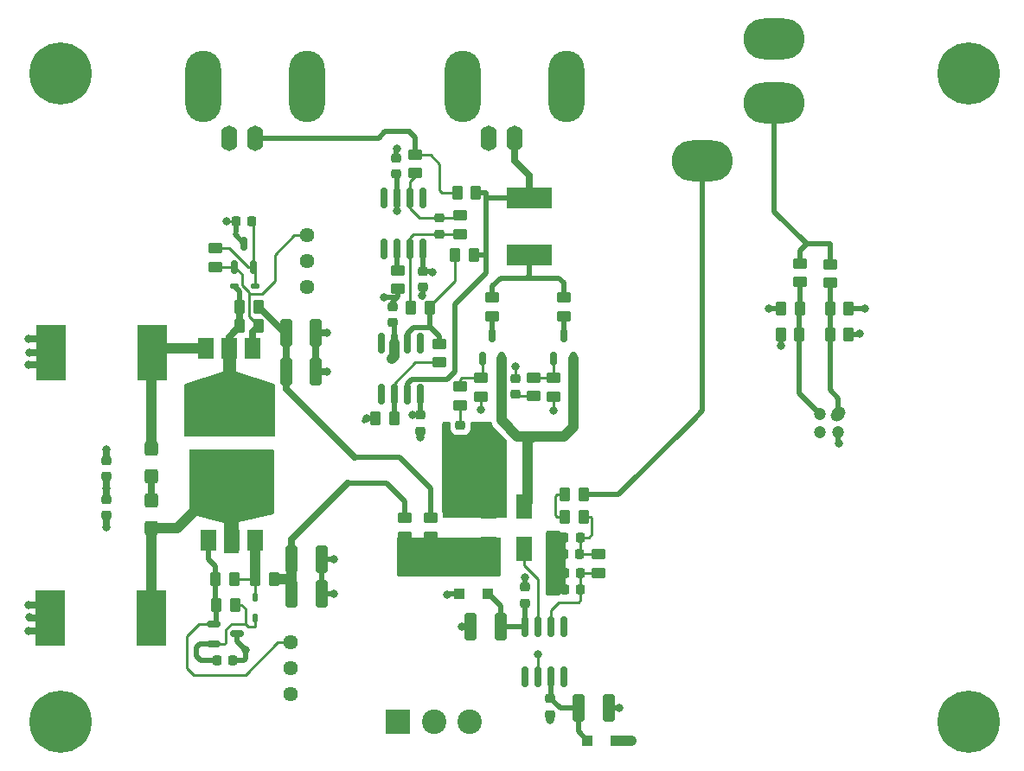
<source format=gbr>
%TF.GenerationSoftware,KiCad,Pcbnew,7.0.10*%
%TF.CreationDate,2024-03-12T19:05:43-04:00*%
%TF.ProjectId,current_controller,63757272-656e-4745-9f63-6f6e74726f6c,rev?*%
%TF.SameCoordinates,Original*%
%TF.FileFunction,Copper,L1,Top*%
%TF.FilePolarity,Positive*%
%FSLAX46Y46*%
G04 Gerber Fmt 4.6, Leading zero omitted, Abs format (unit mm)*
G04 Created by KiCad (PCBNEW 7.0.10) date 2024-03-12 19:05:43*
%MOMM*%
%LPD*%
G01*
G04 APERTURE LIST*
G04 Aperture macros list*
%AMRoundRect*
0 Rectangle with rounded corners*
0 $1 Rounding radius*
0 $2 $3 $4 $5 $6 $7 $8 $9 X,Y pos of 4 corners*
0 Add a 4 corners polygon primitive as box body*
4,1,4,$2,$3,$4,$5,$6,$7,$8,$9,$2,$3,0*
0 Add four circle primitives for the rounded corners*
1,1,$1+$1,$2,$3*
1,1,$1+$1,$4,$5*
1,1,$1+$1,$6,$7*
1,1,$1+$1,$8,$9*
0 Add four rect primitives between the rounded corners*
20,1,$1+$1,$2,$3,$4,$5,0*
20,1,$1+$1,$4,$5,$6,$7,0*
20,1,$1+$1,$6,$7,$8,$9,0*
20,1,$1+$1,$8,$9,$2,$3,0*%
%AMHorizOval*
0 Thick line with rounded ends*
0 $1 width*
0 $2 $3 position (X,Y) of the first rounded end (center of the circle)*
0 $4 $5 position (X,Y) of the second rounded end (center of the circle)*
0 Add line between two ends*
20,1,$1,$2,$3,$4,$5,0*
0 Add two circle primitives to create the rounded ends*
1,1,$1,$2,$3*
1,1,$1,$4,$5*%
G04 Aperture macros list end*
%TA.AperFunction,SMDPad,CuDef*%
%ADD10R,4.500000X2.000000*%
%TD*%
%TA.AperFunction,SMDPad,CuDef*%
%ADD11RoundRect,0.250000X0.262500X0.450000X-0.262500X0.450000X-0.262500X-0.450000X0.262500X-0.450000X0*%
%TD*%
%TA.AperFunction,SMDPad,CuDef*%
%ADD12RoundRect,0.250000X-0.425000X0.450000X-0.425000X-0.450000X0.425000X-0.450000X0.425000X0.450000X0*%
%TD*%
%TA.AperFunction,SMDPad,CuDef*%
%ADD13RoundRect,0.250000X0.325000X1.100000X-0.325000X1.100000X-0.325000X-1.100000X0.325000X-1.100000X0*%
%TD*%
%TA.AperFunction,SMDPad,CuDef*%
%ADD14RoundRect,0.150000X0.150000X-0.825000X0.150000X0.825000X-0.150000X0.825000X-0.150000X-0.825000X0*%
%TD*%
%TA.AperFunction,SMDPad,CuDef*%
%ADD15RoundRect,0.225000X-0.250000X0.225000X-0.250000X-0.225000X0.250000X-0.225000X0.250000X0.225000X0*%
%TD*%
%TA.AperFunction,SMDPad,CuDef*%
%ADD16RoundRect,0.250000X-0.450000X0.262500X-0.450000X-0.262500X0.450000X-0.262500X0.450000X0.262500X0*%
%TD*%
%TA.AperFunction,SMDPad,CuDef*%
%ADD17RoundRect,0.150000X-0.150000X0.825000X-0.150000X-0.825000X0.150000X-0.825000X0.150000X0.825000X0*%
%TD*%
%TA.AperFunction,SMDPad,CuDef*%
%ADD18RoundRect,0.225000X0.250000X-0.225000X0.250000X0.225000X-0.250000X0.225000X-0.250000X-0.225000X0*%
%TD*%
%TA.AperFunction,SMDPad,CuDef*%
%ADD19RoundRect,0.150000X0.150000X-0.512500X0.150000X0.512500X-0.150000X0.512500X-0.150000X-0.512500X0*%
%TD*%
%TA.AperFunction,ComponentPad*%
%ADD20C,1.440000*%
%TD*%
%TA.AperFunction,SMDPad,CuDef*%
%ADD21RoundRect,0.250000X-0.262500X-0.450000X0.262500X-0.450000X0.262500X0.450000X-0.262500X0.450000X0*%
%TD*%
%TA.AperFunction,SMDPad,CuDef*%
%ADD22RoundRect,0.250000X-0.325000X-1.100000X0.325000X-1.100000X0.325000X1.100000X-0.325000X1.100000X0*%
%TD*%
%TA.AperFunction,SMDPad,CuDef*%
%ADD23RoundRect,0.250000X0.450000X-0.262500X0.450000X0.262500X-0.450000X0.262500X-0.450000X-0.262500X0*%
%TD*%
%TA.AperFunction,SMDPad,CuDef*%
%ADD24RoundRect,0.125000X0.275000X0.125000X-0.275000X0.125000X-0.275000X-0.125000X0.275000X-0.125000X0*%
%TD*%
%TA.AperFunction,SMDPad,CuDef*%
%ADD25R,1.500000X2.000000*%
%TD*%
%TA.AperFunction,SMDPad,CuDef*%
%ADD26R,3.800000X2.000000*%
%TD*%
%TA.AperFunction,ComponentPad*%
%ADD27O,1.600000X2.500000*%
%TD*%
%TA.AperFunction,ComponentPad*%
%ADD28O,3.500000X7.000000*%
%TD*%
%TA.AperFunction,ComponentPad*%
%ADD29O,6.000000X4.000000*%
%TD*%
%TA.AperFunction,SMDPad,CuDef*%
%ADD30R,2.900000X5.400000*%
%TD*%
%TA.AperFunction,SMDPad,CuDef*%
%ADD31RoundRect,0.225000X-0.225000X-0.250000X0.225000X-0.250000X0.225000X0.250000X-0.225000X0.250000X0*%
%TD*%
%TA.AperFunction,ComponentPad*%
%ADD32R,2.400000X2.400000*%
%TD*%
%TA.AperFunction,ComponentPad*%
%ADD33C,2.400000*%
%TD*%
%TA.AperFunction,SMDPad,CuDef*%
%ADD34RoundRect,0.225000X0.225000X0.250000X-0.225000X0.250000X-0.225000X-0.250000X0.225000X-0.250000X0*%
%TD*%
%TA.AperFunction,SMDPad,CuDef*%
%ADD35RoundRect,0.125000X0.125000X-0.275000X0.125000X0.275000X-0.125000X0.275000X-0.125000X-0.275000X0*%
%TD*%
%TA.AperFunction,ComponentPad*%
%ADD36HorizOval,1.200000X-0.141421X-0.141421X0.141421X0.141421X0*%
%TD*%
%TA.AperFunction,ComponentPad*%
%ADD37C,1.200000*%
%TD*%
%TA.AperFunction,SMDPad,CuDef*%
%ADD38RoundRect,0.150000X-0.512500X-0.150000X0.512500X-0.150000X0.512500X0.150000X-0.512500X0.150000X0*%
%TD*%
%TA.AperFunction,SMDPad,CuDef*%
%ADD39R,1.650000X2.410000*%
%TD*%
%TA.AperFunction,SMDPad,CuDef*%
%ADD40RoundRect,0.250000X-0.300000X-0.300000X0.300000X-0.300000X0.300000X0.300000X-0.300000X0.300000X0*%
%TD*%
%TA.AperFunction,ViaPad*%
%ADD41C,6.096000*%
%TD*%
%TA.AperFunction,ViaPad*%
%ADD42C,0.800000*%
%TD*%
%TA.AperFunction,Conductor*%
%ADD43C,0.508000*%
%TD*%
%TA.AperFunction,Conductor*%
%ADD44C,0.635000*%
%TD*%
%TA.AperFunction,Conductor*%
%ADD45C,0.250000*%
%TD*%
%TA.AperFunction,Conductor*%
%ADD46C,1.016000*%
%TD*%
%TA.AperFunction,Conductor*%
%ADD47C,0.254000*%
%TD*%
%TA.AperFunction,Conductor*%
%ADD48C,0.200000*%
%TD*%
G04 APERTURE END LIST*
D10*
%TO.P,L2,1,1*%
%TO.N,Net-(L2-Pad1)*%
X100485725Y-62282106D03*
%TO.P,L2,2,2*%
%TO.N,/connecting to laser diode*%
X100485725Y-56682106D03*
%TD*%
D11*
%TO.P,R4,1*%
%TO.N,V_laser+*%
X73937500Y-67310000D03*
%TO.P,R4,2*%
%TO.N,Net-(D2-K)*%
X72112500Y-67310000D03*
%TD*%
D12*
%TO.P,C7,1*%
%TO.N,Net-(U1-VI)*%
X63500000Y-81200000D03*
%TO.P,C7,2*%
%TO.N,Net-(C7-Pad2)*%
X63500000Y-83900000D03*
%TD*%
D13*
%TO.P,C28,1*%
%TO.N,GND*%
X80120177Y-95423071D03*
%TO.P,C28,2*%
%TO.N,V_laser-*%
X77170177Y-95423071D03*
%TD*%
D14*
%TO.P,U9,1,VOS*%
%TO.N,unconnected-(U9-VOS-Pad1)*%
X86227500Y-61640702D03*
%TO.P,U9,2,-*%
%TO.N,Net-(U9--)*%
X87497500Y-61640702D03*
%TO.P,U9,3,+*%
%TO.N,Net-(U9-+)*%
X88767500Y-61640702D03*
%TO.P,U9,4,V-*%
%TO.N,-15V*%
X90037500Y-61640702D03*
%TO.P,U9,5,NC*%
%TO.N,unconnected-(U9-NC-Pad5)*%
X90037500Y-56690702D03*
%TO.P,U9,6*%
%TO.N,Net-(C12-Pad1)*%
X88767500Y-56690702D03*
%TO.P,U9,7,V+*%
%TO.N,+15V*%
X87497500Y-56690702D03*
%TO.P,U9,8,VOS*%
%TO.N,unconnected-(U9-VOS-Pad8)*%
X86227500Y-56690702D03*
%TD*%
D15*
%TO.P,C13,1*%
%TO.N,-15V*%
X89800244Y-77936106D03*
%TO.P,C13,2*%
%TO.N,GND*%
X89800244Y-79486106D03*
%TD*%
%TO.P,C12,1*%
%TO.N,Net-(C12-Pad1)*%
X91688500Y-58631702D03*
%TO.P,C12,2*%
%TO.N,Net-(U9-+)*%
X91688500Y-60181702D03*
%TD*%
D16*
%TO.P,R13,1*%
%TO.N,Net-(C22-Pad1)*%
X107242893Y-91578209D03*
%TO.P,R13,2*%
%TO.N,Net-(U11--)*%
X107242893Y-93403209D03*
%TD*%
%TO.P,R23,1*%
%TO.N,Net-(C12-Pad1)*%
X93720500Y-58356702D03*
%TO.P,R23,2*%
%TO.N,Net-(U9-+)*%
X93720500Y-60181702D03*
%TD*%
%TO.P,R39,1*%
%TO.N,Net-(Q4-G)*%
X93712421Y-75120702D03*
%TO.P,R39,2*%
%TO.N,Net-(C21-Pad2)*%
X93712421Y-76945702D03*
%TD*%
%TO.P,R25,1*%
%TO.N,V_laser-*%
X88265000Y-87987500D03*
%TO.P,R25,2*%
%TO.N,Net-(R22-Pad2)*%
X88265000Y-89812500D03*
%TD*%
D17*
%TO.P,U11,1,BAL*%
%TO.N,unconnected-(U11-BAL-Pad1)*%
X103817687Y-98644558D03*
%TO.P,U11,2,-*%
%TO.N,Net-(U11--)*%
X102547687Y-98644558D03*
%TO.P,U11,3,+*%
%TO.N,Net-(U11-+)*%
X101277687Y-98644558D03*
%TO.P,U11,4,V-*%
%TO.N,Net-(D3-A)*%
X100007687Y-98644558D03*
%TO.P,U11,5,COMP*%
%TO.N,unconnected-(U11-COMP-Pad5)*%
X100007687Y-103594558D03*
%TO.P,U11,6*%
%TO.N,Net-(R14-Pad1)*%
X101277687Y-103594558D03*
%TO.P,U11,7,V+*%
%TO.N,Net-(D1-K)*%
X102547687Y-103594558D03*
%TO.P,U11,8,C/B*%
%TO.N,unconnected-(U11-C{slash}B-Pad8)*%
X103817687Y-103594558D03*
%TD*%
D18*
%TO.P,C4,1*%
%TO.N,+15V*%
X87451835Y-54293839D03*
%TO.P,C4,2*%
%TO.N,GND*%
X87451835Y-52743839D03*
%TD*%
D19*
%TO.P,Q3,1,G*%
%TO.N,Net-(Q3-G)*%
X102872105Y-72403090D03*
%TO.P,Q3,2,S*%
%TO.N,Net-(Q3-S)*%
X104772105Y-72403090D03*
%TO.P,Q3,3,D*%
%TO.N,Net-(Q3-D)*%
X103822105Y-70128090D03*
%TD*%
D16*
%TO.P,R29,1*%
%TO.N,Net-(R26-Pad2)*%
X91688500Y-70953202D03*
%TO.P,R29,2*%
%TO.N,Net-(U10--)*%
X91688500Y-72778202D03*
%TD*%
D20*
%TO.P,R44,1,1*%
%TO.N,Net-(Q2-E)*%
X77105298Y-100197500D03*
%TO.P,R44,2,2*%
%TO.N,GND*%
X77105298Y-102737500D03*
%TO.P,R44,3,3*%
X77105298Y-105277500D03*
%TD*%
D21*
%TO.P,R26,1*%
%TO.N,Net-(U9-+)*%
X88902191Y-67422943D03*
%TO.P,R26,2*%
%TO.N,Net-(R26-Pad2)*%
X90727191Y-67422943D03*
%TD*%
D22*
%TO.P,C11,1*%
%TO.N,Net-(D1-K)*%
X105274862Y-106655034D03*
%TO.P,C11,2*%
%TO.N,GND*%
X108224862Y-106655034D03*
%TD*%
D23*
%TO.P,R19,1*%
%TO.N,Net-(C12-Pad1)*%
X89273199Y-54235085D03*
%TO.P,R19,2*%
%TO.N,/Modulation Input*%
X89273199Y-52410085D03*
%TD*%
D24*
%TO.P,D2,1,K*%
%TO.N,Net-(D2-K)*%
X71604548Y-65307407D03*
%TO.P,D2,2,A*%
%TO.N,Net-(D2-A)*%
X73604548Y-65307407D03*
%TD*%
D25*
%TO.P,U1,1,ADJ*%
%TO.N,Net-(Q1-E)*%
X73362555Y-71410164D03*
%TO.P,U1,2,VO*%
%TO.N,Net-(D2-K)*%
X71062555Y-71410164D03*
D26*
X71062555Y-77710164D03*
D25*
%TO.P,U1,3,VI*%
%TO.N,Net-(U1-VI)*%
X68762555Y-71410164D03*
%TD*%
D11*
%TO.P,R11,1*%
%TO.N,Net-(R11-Pad1)*%
X105775058Y-85733949D03*
%TO.P,R11,2*%
%TO.N,Net-(R11-Pad2)*%
X103950058Y-85733949D03*
%TD*%
D23*
%TO.P,R38,1*%
%TO.N,Net-(R14-Pad1)*%
X95752500Y-76108012D03*
%TO.P,R38,2*%
%TO.N,Net-(Q4-G)*%
X95752500Y-74283012D03*
%TD*%
D27*
%TO.P,J6,1,In*%
%TO.N,/connecting to laser diode*%
X99060000Y-50800000D03*
D28*
%TO.P,J6,2,Ext*%
%TO.N,GND*%
X93980000Y-45720000D03*
D27*
X96520000Y-50800000D03*
D28*
X104140000Y-45720000D03*
%TD*%
D15*
%TO.P,C18,1*%
%TO.N,GND*%
X59055000Y-86220000D03*
%TO.P,C18,2*%
%TO.N,-15V*%
X59055000Y-87770000D03*
%TD*%
D13*
%TO.P,C29,1*%
%TO.N,GND*%
X80104298Y-92069500D03*
%TO.P,C29,2*%
%TO.N,V_laser-*%
X77154298Y-92069500D03*
%TD*%
D11*
%TO.P,R21,1*%
%TO.N,V_laser-*%
X75454298Y-93974500D03*
%TO.P,R21,2*%
%TO.N,Net-(D4-K)*%
X73629298Y-93974500D03*
%TD*%
D29*
%TO.P,R42,3,3*%
%TO.N,Net-(R40-Pad2)*%
X124460000Y-47346141D03*
%TO.P,R42,2,2*%
%TO.N,Net-(R11-Pad1)*%
X117420000Y-53046141D03*
%TO.P,R42,1,1*%
%TO.N,Laser_supply*%
X124460000Y-41046141D03*
%TD*%
D14*
%TO.P,U10,1,VOS*%
%TO.N,unconnected-(U10-VOS-Pad1)*%
X85945370Y-75864702D03*
%TO.P,U10,2,-*%
%TO.N,Net-(U10--)*%
X87215370Y-75864702D03*
%TO.P,U10,3,+*%
%TO.N,/connecting to laser diode*%
X88485370Y-75864702D03*
%TO.P,U10,4,V-*%
%TO.N,-15V*%
X89755370Y-75864702D03*
%TO.P,U10,5,NC*%
%TO.N,unconnected-(U10-NC-Pad5)*%
X89755370Y-70914702D03*
%TO.P,U10,6*%
%TO.N,Net-(R26-Pad2)*%
X88485370Y-70914702D03*
%TO.P,U10,7,V+*%
%TO.N,+15V*%
X87215370Y-70914702D03*
%TO.P,U10,8,VOS*%
%TO.N,unconnected-(U10-VOS-Pad8)*%
X85945370Y-70914702D03*
%TD*%
D12*
%TO.P,C8,1*%
%TO.N,Net-(C7-Pad2)*%
X63500000Y-86280000D03*
%TO.P,C8,2*%
%TO.N,Net-(U3-VI)*%
X63500000Y-88980000D03*
%TD*%
D22*
%TO.P,C30,1*%
%TO.N,V_laser+*%
X76630000Y-73660000D03*
%TO.P,C30,2*%
%TO.N,GND*%
X79580000Y-73660000D03*
%TD*%
D30*
%TO.P,L3,1,1*%
%TO.N,Net-(U3-VI)*%
X63468534Y-97777261D03*
%TO.P,L3,2,2*%
%TO.N,-15V*%
X53568534Y-97777261D03*
%TD*%
D31*
%TO.P,C23,1*%
%TO.N,Laser_supply*%
X103927893Y-95030709D03*
%TO.P,C23,2*%
%TO.N,Net-(U11--)*%
X105477893Y-95030709D03*
%TD*%
D16*
%TO.P,R31,1*%
%TO.N,Net-(Q3-G)*%
X100869526Y-74243548D03*
%TO.P,R31,2*%
%TO.N,Net-(C9-Pad2)*%
X100869526Y-76068548D03*
%TD*%
D18*
%TO.P,C14,1*%
%TO.N,+15V*%
X87055889Y-68843931D03*
%TO.P,C14,2*%
%TO.N,GND*%
X87055889Y-67293931D03*
%TD*%
D21*
%TO.P,R28,1*%
%TO.N,Net-(R26-Pad2)*%
X93212500Y-62213702D03*
%TO.P,R28,2*%
%TO.N,/connecting to laser diode*%
X95037500Y-62213702D03*
%TD*%
D11*
%TO.P,R27,1*%
%TO.N,/connecting to laser diode*%
X95244500Y-56117702D03*
%TO.P,R27,2*%
%TO.N,/Modulation Input*%
X93419500Y-56117702D03*
%TD*%
D23*
%TO.P,R37,1*%
%TO.N,Net-(Q3-D)*%
X103829042Y-68225072D03*
%TO.P,R37,2*%
%TO.N,Net-(L2-Pad1)*%
X103829042Y-66400072D03*
%TD*%
D11*
%TO.P,R35,1*%
%TO.N,Net-(R10-Pad2)*%
X126933956Y-67463952D03*
%TO.P,R35,2*%
%TO.N,Laser_supply*%
X125108956Y-67463952D03*
%TD*%
%TO.P,R34,1*%
%TO.N,Laser_supply*%
X131722500Y-67519777D03*
%TO.P,R34,2*%
%TO.N,Net-(R33-Pad1)*%
X129897500Y-67519777D03*
%TD*%
D23*
%TO.P,R36,1*%
%TO.N,Net-(Q4-D)*%
X96840260Y-68263893D03*
%TO.P,R36,2*%
%TO.N,Net-(L2-Pad1)*%
X96840260Y-66438893D03*
%TD*%
D11*
%TO.P,R20,1*%
%TO.N,Net-(D4-A)*%
X71644298Y-96514500D03*
%TO.P,R20,2*%
%TO.N,Net-(Q2-E)*%
X69819298Y-96514500D03*
%TD*%
D21*
%TO.P,R33,1*%
%TO.N,Net-(R33-Pad1)*%
X129897500Y-70059777D03*
%TO.P,R33,2*%
%TO.N,+15V*%
X131722500Y-70059777D03*
%TD*%
D23*
%TO.P,R14,1*%
%TO.N,Net-(R14-Pad1)*%
X102864500Y-76108012D03*
%TO.P,R14,2*%
%TO.N,Net-(Q3-G)*%
X102864500Y-74283012D03*
%TD*%
D13*
%TO.P,C16,1*%
%TO.N,Net-(D3-A)*%
X97692995Y-98631642D03*
%TO.P,C16,2*%
%TO.N,GND*%
X94742995Y-98631642D03*
%TD*%
D22*
%TO.P,C20,1*%
%TO.N,V_laser+*%
X76630000Y-69850000D03*
%TO.P,C20,2*%
%TO.N,GND*%
X79580000Y-69850000D03*
%TD*%
D16*
%TO.P,R22,1*%
%TO.N,V_laser+*%
X90805000Y-87987500D03*
%TO.P,R22,2*%
%TO.N,Net-(R22-Pad2)*%
X90805000Y-89812500D03*
%TD*%
D18*
%TO.P,C21,1*%
%TO.N,Laser_supply*%
X93720500Y-80501702D03*
%TO.P,C21,2*%
%TO.N,Net-(C21-Pad2)*%
X93720500Y-78951702D03*
%TD*%
D15*
%TO.P,C9,1*%
%TO.N,Laser_supply*%
X99110802Y-74370445D03*
%TO.P,C9,2*%
%TO.N,Net-(C9-Pad2)*%
X99110802Y-75920445D03*
%TD*%
D25*
%TO.P,U3,1,ADJ*%
%TO.N,Net-(Q2-E)*%
X69064923Y-90167691D03*
%TO.P,U3,2,VI*%
%TO.N,Net-(U3-VI)*%
X71364923Y-90167691D03*
D26*
X71364923Y-83867691D03*
D25*
%TO.P,U3,3,VO*%
%TO.N,Net-(D4-K)*%
X73664923Y-90167691D03*
%TD*%
D32*
%TO.P,J2,1,Pin_1*%
%TO.N,+15V*%
X87615000Y-107950000D03*
D33*
%TO.P,J2,2,Pin_2*%
%TO.N,GND*%
X91115000Y-107950000D03*
%TO.P,J2,3,Pin_3*%
%TO.N,-15V*%
X94615000Y-107950000D03*
%TD*%
D30*
%TO.P,L1,1,1*%
%TO.N,Net-(U1-VI)*%
X63554961Y-71799284D03*
%TO.P,L1,2,2*%
%TO.N,+15V*%
X53654961Y-71799284D03*
%TD*%
D23*
%TO.P,R40,1*%
%TO.N,Net-(R10-Pad2)*%
X126998379Y-64887442D03*
%TO.P,R40,2*%
%TO.N,Net-(R40-Pad2)*%
X126998379Y-63062442D03*
%TD*%
D15*
%TO.P,C10,1*%
%TO.N,+15V*%
X59055000Y-82410000D03*
%TO.P,C10,2*%
%TO.N,GND*%
X59055000Y-83960000D03*
%TD*%
D21*
%TO.P,R30,1*%
%TO.N,GND*%
X85419873Y-78276118D03*
%TO.P,R30,2*%
%TO.N,Net-(U10--)*%
X87244873Y-78276118D03*
%TD*%
D34*
%TO.P,C2,1*%
%TO.N,Net-(D2-A)*%
X73313332Y-58986955D03*
%TO.P,C2,2*%
%TO.N,GND*%
X71763332Y-58986955D03*
%TD*%
D35*
%TO.P,D4,1,K*%
%TO.N,Net-(D4-K)*%
X73623528Y-95807690D03*
%TO.P,D4,2,A*%
%TO.N,Net-(D4-A)*%
X73623528Y-97807690D03*
%TD*%
D36*
%TO.P,U5,1*%
%TO.N,Net-(R33-Pad1)*%
X130701051Y-77788726D03*
D37*
%TO.P,U5,2*%
%TO.N,Net-(R10-Pad2)*%
X128905000Y-77788726D03*
%TO.P,U5,3*%
%TO.N,+15V*%
X128905000Y-79584777D03*
%TO.P,U5,4*%
%TO.N,-15V*%
X130701051Y-79584777D03*
%TD*%
D21*
%TO.P,R9,1*%
%TO.N,Net-(Q2-E)*%
X69739298Y-93974500D03*
%TO.P,R9,2*%
%TO.N,Net-(D4-K)*%
X71564298Y-93974500D03*
%TD*%
D16*
%TO.P,R5,1*%
%TO.N,Net-(D2-A)*%
X69741682Y-61574210D03*
%TO.P,R5,2*%
%TO.N,Net-(Q1-E)*%
X69741682Y-63399210D03*
%TD*%
D23*
%TO.P,R24,1*%
%TO.N,GND*%
X87624500Y-65562702D03*
%TO.P,R24,2*%
%TO.N,Net-(U9--)*%
X87624500Y-63737702D03*
%TD*%
D28*
%TO.P,J4,2,Ext*%
%TO.N,GND*%
X78740000Y-45720000D03*
D27*
X71120000Y-50800000D03*
D28*
X68580000Y-45720000D03*
D27*
%TO.P,J4,1,In*%
%TO.N,/Modulation Input*%
X73660000Y-50800000D03*
%TD*%
D15*
%TO.P,C26,1*%
%TO.N,Net-(D1-K)*%
X102535191Y-105717397D03*
%TO.P,C26,2*%
%TO.N,GND*%
X102535191Y-107267397D03*
%TD*%
D19*
%TO.P,Q1,1,E*%
%TO.N,Net-(Q1-E)*%
X71588332Y-63394455D03*
%TO.P,Q1,2,B*%
%TO.N,Net-(D2-A)*%
X73488332Y-63394455D03*
%TO.P,Q1,3,C*%
%TO.N,GND*%
X72538332Y-61119455D03*
%TD*%
%TO.P,Q4,1,G*%
%TO.N,Net-(Q4-G)*%
X95877292Y-72373702D03*
%TO.P,Q4,2,S*%
%TO.N,Net-(Q3-S)*%
X97777292Y-72373702D03*
%TO.P,Q4,3,D*%
%TO.N,Net-(Q4-D)*%
X96827292Y-70098702D03*
%TD*%
D23*
%TO.P,R41,1*%
%TO.N,Net-(R33-Pad1)*%
X129897500Y-64979777D03*
%TO.P,R41,2*%
%TO.N,Net-(R40-Pad2)*%
X129897500Y-63154777D03*
%TD*%
D20*
%TO.P,R43,1,1*%
%TO.N,Net-(Q1-E)*%
X78740000Y-60325000D03*
%TO.P,R43,2,2*%
%TO.N,GND*%
X78740000Y-62865000D03*
%TO.P,R43,3,3*%
X78740000Y-65405000D03*
%TD*%
D15*
%TO.P,C3,1*%
%TO.N,-15V*%
X90048116Y-63842340D03*
%TO.P,C3,2*%
%TO.N,GND*%
X90048116Y-65392340D03*
%TD*%
D21*
%TO.P,R12,1*%
%TO.N,Net-(R11-Pad2)*%
X103942127Y-87900140D03*
%TO.P,R12,2*%
%TO.N,Net-(C22-Pad1)*%
X105767127Y-87900140D03*
%TD*%
D15*
%TO.P,C27,1*%
%TO.N,GND*%
X100022640Y-94791900D03*
%TO.P,C27,2*%
%TO.N,Net-(D3-A)*%
X100022640Y-96341900D03*
%TD*%
D31*
%TO.P,C19,1*%
%TO.N,Net-(D4-A)*%
X69873578Y-101957366D03*
%TO.P,C19,2*%
%TO.N,GND*%
X71423578Y-101957366D03*
%TD*%
D38*
%TO.P,Q2,1,E*%
%TO.N,Net-(Q2-E)*%
X69551798Y-98424500D03*
%TO.P,Q2,2,B*%
%TO.N,Net-(D4-A)*%
X69551798Y-100324500D03*
%TO.P,Q2,3,C*%
%TO.N,GND*%
X71826798Y-99374500D03*
%TD*%
D39*
%TO.P,R45,1,1*%
%TO.N,Net-(R22-Pad2)*%
X96492511Y-91079411D03*
%TO.P,R45,2,2*%
%TO.N,Laser_supply*%
X96492511Y-86889411D03*
%TO.P,R45,3,3*%
%TO.N,Net-(U11-+)*%
X99922511Y-91079411D03*
%TO.P,R45,4,4*%
%TO.N,Net-(Q3-S)*%
X99922511Y-86889411D03*
%TD*%
D21*
%TO.P,R10,1*%
%TO.N,-15V*%
X125095000Y-70059777D03*
%TO.P,R10,2*%
%TO.N,Net-(R10-Pad2)*%
X126920000Y-70059777D03*
%TD*%
D40*
%TO.P,D3,1,K*%
%TO.N,-15V*%
X93586283Y-95440200D03*
%TO.P,D3,2,A*%
%TO.N,Net-(D3-A)*%
X96386283Y-95440200D03*
%TD*%
D11*
%TO.P,R6,1*%
%TO.N,Net-(Q1-E)*%
X73937500Y-69215000D03*
%TO.P,R6,2*%
%TO.N,Net-(D2-K)*%
X72112500Y-69215000D03*
%TD*%
D31*
%TO.P,C5,1*%
%TO.N,Laser_supply*%
X103863895Y-91532913D03*
%TO.P,C5,2*%
%TO.N,Net-(C22-Pad1)*%
X105413895Y-91532913D03*
%TD*%
D40*
%TO.P,D1,1,K*%
%TO.N,Net-(D1-K)*%
X106136723Y-109806737D03*
%TO.P,D1,2,A*%
%TO.N,+15V*%
X108936723Y-109806737D03*
%TD*%
D31*
%TO.P,C6,1*%
%TO.N,Laser_supply*%
X103916076Y-93411797D03*
%TO.P,C6,2*%
%TO.N,Net-(U11--)*%
X105466076Y-93411797D03*
%TD*%
D34*
%TO.P,C22,1*%
%TO.N,Net-(C22-Pad1)*%
X105417500Y-89899702D03*
%TO.P,C22,2*%
%TO.N,Laser_supply*%
X103867500Y-89899702D03*
%TD*%
D41*
%TO.N,GND*%
X54610000Y-107950000D03*
X54610000Y-44450000D03*
X143510000Y-107950000D03*
X143510000Y-44450000D03*
D42*
X59055000Y-85090000D03*
X72698723Y-100927059D03*
X70848310Y-58982101D03*
X80645000Y-69850000D03*
X89800244Y-80137446D03*
X109303584Y-106654913D03*
X86227500Y-66404702D03*
X100033666Y-93832719D03*
X93840250Y-98624465D03*
X81312144Y-92035926D03*
X87497500Y-51799702D03*
X81312144Y-95452343D03*
X89991560Y-66266791D03*
X80645000Y-73660000D03*
X84516084Y-78276118D03*
X102527847Y-107829366D03*
%TO.N,-15V*%
X51435000Y-99060000D03*
X89025432Y-77936106D03*
X59055000Y-88900000D03*
X92444068Y-95498944D03*
X125072639Y-71116674D03*
X91005237Y-63905037D03*
X51492084Y-97762990D03*
X130770594Y-80744331D03*
X51435000Y-96520000D03*
%TO.N,+15V*%
X110490000Y-109855000D03*
X87511303Y-57933453D03*
X51435000Y-70485000D03*
X51548215Y-71800196D03*
X51435000Y-73025000D03*
X59055000Y-81280000D03*
X132780844Y-69976223D03*
X86995000Y-72390000D03*
%TO.N,Laser_supply*%
X94690832Y-80472118D03*
X99120948Y-73188492D03*
X94615000Y-85454702D03*
X102737500Y-94344702D03*
X96387500Y-84184702D03*
X93980000Y-86724702D03*
X102737500Y-90534702D03*
X97657500Y-82914702D03*
X133350000Y-67519777D03*
X123947363Y-67463952D03*
X96387500Y-82914702D03*
X97657500Y-84184702D03*
X102737500Y-93074702D03*
X102737500Y-91804702D03*
%TO.N,Net-(U3-VI)*%
X74438298Y-82036500D03*
X70374298Y-86608500D03*
X72406298Y-82036500D03*
X74438298Y-86608500D03*
X68580000Y-81915000D03*
X70374298Y-82036500D03*
X68342298Y-86608500D03*
X74438298Y-84068500D03*
X72406298Y-86608500D03*
X68342298Y-84576500D03*
%TO.N,Net-(D2-K)*%
X68580000Y-76200000D03*
X71120000Y-74295000D03*
X69850000Y-79375000D03*
X69850000Y-75565000D03*
X73660000Y-77470000D03*
X72390000Y-79375000D03*
X74295000Y-79375000D03*
X74930000Y-78105000D03*
X67310000Y-78740000D03*
X72390000Y-75565000D03*
%TO.N,Net-(R14-Pad1)*%
X95752500Y-77446494D03*
X101340500Y-101329702D03*
X102857292Y-77453702D03*
%TD*%
D43*
%TO.N,/Modulation Input*%
X73660000Y-50800000D02*
X85725000Y-50800000D01*
X89273199Y-50701968D02*
X88818115Y-50246885D01*
X88736230Y-50165000D02*
X88818115Y-50246885D01*
X85725000Y-50800000D02*
X86360000Y-50165000D01*
X86360000Y-50165000D02*
X88736230Y-50165000D01*
X89273199Y-52410085D02*
X89273199Y-50701968D01*
D44*
%TO.N,/connecting to laser diode*%
X99060000Y-50475000D02*
X99060000Y-53006752D01*
X99060000Y-53006752D02*
X100485725Y-54432477D01*
D43*
%TO.N,Net-(R11-Pad1)*%
X109211051Y-85733949D02*
X116522500Y-78422500D01*
X117420000Y-53915000D02*
X117420000Y-77525000D01*
X117420000Y-77525000D02*
X116522500Y-78422500D01*
%TO.N,Net-(R40-Pad2)*%
X124460000Y-48215000D02*
X124460000Y-57994777D01*
X124460000Y-57994777D02*
X127635000Y-61169777D01*
%TO.N,Net-(D3-A)*%
X97692995Y-98631642D02*
X97692995Y-96658106D01*
X96475089Y-95440200D02*
X96386283Y-95440200D01*
X97692995Y-96658106D02*
X96475089Y-95440200D01*
D45*
%TO.N,Net-(U11-+)*%
X101277687Y-98644558D02*
X101277687Y-94037682D01*
X101277687Y-94037682D02*
X99922511Y-92682506D01*
X99922511Y-92682506D02*
X99922511Y-91079411D01*
D46*
%TO.N,Net-(Q3-S)*%
X99922511Y-86889411D02*
X100330000Y-86481922D01*
X100330000Y-86481922D02*
X100330000Y-80496202D01*
X100330000Y-80496202D02*
X100832500Y-79993702D01*
D45*
%TO.N,Laser_supply*%
X93980000Y-86724702D02*
X94150260Y-86894962D01*
X94150260Y-86894962D02*
X96486960Y-86894962D01*
X96486960Y-86894962D02*
X96492511Y-86889411D01*
X94609500Y-85454702D02*
X93720500Y-84565702D01*
X94615000Y-85454702D02*
X94609500Y-85454702D01*
X93720500Y-84565702D02*
X93720500Y-80501702D01*
D46*
%TO.N,Net-(D4-K)*%
X73664923Y-90167691D02*
X73593459Y-90239155D01*
X73593459Y-90239155D02*
X73593459Y-93938661D01*
X73593459Y-93938661D02*
X73629298Y-93974500D01*
D43*
%TO.N,Net-(Q2-E)*%
X69064923Y-90167691D02*
X69064923Y-92030125D01*
X69739298Y-92704500D02*
X69739298Y-93974500D01*
X69064923Y-92030125D02*
X69739298Y-92704500D01*
%TO.N,/connecting to laser diode*%
X100485725Y-56682106D02*
X96315456Y-56682106D01*
X88969371Y-74405702D02*
X88485370Y-74889703D01*
X96315456Y-56682106D02*
X96260500Y-56737062D01*
X96260500Y-63991702D02*
X93212500Y-67039702D01*
X95244500Y-56117702D02*
X96260500Y-56117702D01*
X93212500Y-73643702D02*
X92450500Y-74405702D01*
X96260500Y-56737062D02*
X96260500Y-59347839D01*
X95037500Y-62213702D02*
X96260500Y-62213702D01*
X96260500Y-56117702D02*
X96260500Y-56737062D01*
X96260500Y-59347839D02*
X96260500Y-62213702D01*
X93212500Y-67039702D02*
X93212500Y-73643702D01*
X92450500Y-74405702D02*
X88969371Y-74405702D01*
X96260500Y-62213702D02*
X96260500Y-63991702D01*
D44*
X100485725Y-54432477D02*
X100485725Y-56682106D01*
D43*
X88485370Y-74889703D02*
X88485370Y-75864702D01*
D47*
X95244500Y-62006702D02*
X95037500Y-62213702D01*
D45*
%TO.N,Net-(D2-A)*%
X73488332Y-63394455D02*
X72929568Y-63394455D01*
D47*
X73488332Y-63394455D02*
X73488332Y-59161955D01*
D45*
X73604548Y-65307407D02*
X73604548Y-63510671D01*
D47*
X71109323Y-61574210D02*
X69741682Y-61574210D01*
X72929568Y-63394455D02*
X71109323Y-61574210D01*
D43*
%TO.N,GND*%
X108224862Y-106655034D02*
X109303463Y-106655034D01*
D45*
X71763332Y-58986955D02*
X70853164Y-58986955D01*
D43*
X109303463Y-106655034D02*
X109303584Y-106654913D01*
D45*
X70853164Y-58986955D02*
X70848310Y-58982101D01*
D44*
X79580000Y-69850000D02*
X80645000Y-69850000D01*
D43*
X85419873Y-78276118D02*
X84516084Y-78276118D01*
X90048116Y-65392340D02*
X90048116Y-66394086D01*
X71423578Y-101957366D02*
X72563204Y-101957366D01*
X72698723Y-101821847D02*
X72698723Y-100927059D01*
X80120177Y-95423071D02*
X80120177Y-92085379D01*
X93847427Y-98631642D02*
X93840250Y-98624465D01*
X72563204Y-101957366D02*
X72698723Y-101821847D01*
X87624500Y-66277702D02*
X87624500Y-65562702D01*
X71763332Y-59991163D02*
X71763332Y-58986955D01*
X80104298Y-92069500D02*
X81278570Y-92069500D01*
X87497500Y-66404702D02*
X86227500Y-66404702D01*
X94742995Y-98631642D02*
X93847427Y-98631642D01*
X87451835Y-52743839D02*
X87451835Y-51845367D01*
D44*
X79580000Y-73660000D02*
X80645000Y-73660000D01*
D43*
X87055889Y-67293931D02*
X87055889Y-66846313D01*
X90037500Y-66404702D02*
X89991560Y-66358762D01*
X87497500Y-66404702D02*
X87624500Y-66277702D01*
X81282872Y-95423071D02*
X81312144Y-95452343D01*
X71826798Y-99374500D02*
X71826798Y-100055134D01*
D44*
X79580000Y-73660000D02*
X79580000Y-69850000D01*
D43*
X87055889Y-66846313D02*
X87497500Y-66404702D01*
D44*
X59055000Y-83960000D02*
X59055000Y-85090000D01*
D43*
X89991560Y-66358762D02*
X89991560Y-66266791D01*
X87451835Y-51845367D02*
X87497500Y-51799702D01*
X100022640Y-93843745D02*
X100033666Y-93832719D01*
X100022640Y-94791900D02*
X100022640Y-93843745D01*
X81278570Y-92069500D02*
X81312144Y-92035926D01*
X71826798Y-100055134D02*
X72698723Y-100927059D01*
X102535191Y-107267397D02*
X102535191Y-107822022D01*
X102535191Y-107822022D02*
X102527847Y-107829366D01*
X80120177Y-95423071D02*
X81282872Y-95423071D01*
X72538332Y-61119455D02*
X71636824Y-60217947D01*
X80120177Y-92085379D02*
X80104298Y-92069500D01*
X90048116Y-66394086D02*
X90037500Y-66404702D01*
X84322500Y-78469702D02*
X84516084Y-78276118D01*
D44*
X59055000Y-86220000D02*
X59055000Y-85090000D01*
D43*
X89800244Y-79486106D02*
X89800244Y-80137446D01*
D44*
%TO.N,-15V*%
X52311273Y-96520000D02*
X53568534Y-97777261D01*
X59055000Y-87770000D02*
X59055000Y-88900000D01*
X51435000Y-96520000D02*
X52311273Y-96520000D01*
D43*
X90048116Y-63842340D02*
X90942540Y-63842340D01*
X89024064Y-77934738D02*
X89025432Y-77936106D01*
X125095000Y-71094313D02*
X125072639Y-71116674D01*
X90037500Y-61640702D02*
X90037500Y-63831724D01*
X130701051Y-80674788D02*
X130770594Y-80744331D01*
D44*
X51506355Y-97777261D02*
X51492084Y-97762990D01*
D43*
X90942540Y-63842340D02*
X91005237Y-63905037D01*
X89800244Y-77936106D02*
X89800244Y-75909576D01*
D44*
X52285795Y-99060000D02*
X53568534Y-97777261D01*
X51435000Y-99060000D02*
X52285795Y-99060000D01*
D43*
X92502812Y-95440200D02*
X92444068Y-95498944D01*
D46*
X54249620Y-97096175D02*
X53568534Y-97777261D01*
D44*
X53568534Y-97777261D02*
X51506355Y-97777261D01*
D45*
X90037500Y-63831724D02*
X90048116Y-63842340D01*
D43*
X125095000Y-70059777D02*
X125095000Y-71094313D01*
X130701051Y-79584777D02*
X130701051Y-80674788D01*
X93586283Y-95440200D02*
X92502812Y-95440200D01*
X89800244Y-77936106D02*
X89025432Y-77936106D01*
D44*
%TO.N,+15V*%
X51435000Y-73025000D02*
X52429245Y-73025000D01*
X59055000Y-82410000D02*
X59055000Y-81280000D01*
D46*
X54249620Y-72393943D02*
X53654961Y-71799284D01*
D43*
X87497500Y-57919650D02*
X87511303Y-57933453D01*
D46*
X87215370Y-72169630D02*
X86995000Y-72390000D01*
D44*
X52340677Y-70485000D02*
X53654961Y-71799284D01*
D43*
X87215370Y-70914702D02*
X87215370Y-69003412D01*
D44*
X53654961Y-71799284D02*
X51549127Y-71799284D01*
D43*
X87497500Y-56690702D02*
X87497500Y-54339504D01*
X131722500Y-70059777D02*
X132697290Y-70059777D01*
D44*
X51549127Y-71799284D02*
X51548215Y-71800196D01*
X51435000Y-70485000D02*
X52340677Y-70485000D01*
D46*
X110441737Y-109806737D02*
X110490000Y-109855000D01*
X108936723Y-109806737D02*
X110441737Y-109806737D01*
D43*
X87497500Y-56690702D02*
X87497500Y-57919650D01*
D44*
X52429245Y-73025000D02*
X53654961Y-71799284D01*
D46*
X87215370Y-70914702D02*
X87215370Y-72169630D01*
D43*
X87497500Y-54339504D02*
X87451835Y-54293839D01*
X132697290Y-70059777D02*
X132780844Y-69976223D01*
D45*
%TO.N,Laser_supply*%
X99110802Y-74370445D02*
X99110802Y-73198638D01*
D43*
X125108956Y-67463952D02*
X123947363Y-67463952D01*
X131722500Y-67519777D02*
X133350000Y-67519777D01*
X93720500Y-80501702D02*
X94661248Y-80501702D01*
D45*
X99110802Y-73198638D02*
X99120948Y-73188492D01*
D43*
X94661248Y-80501702D02*
X94690832Y-80472118D01*
D45*
%TO.N,Net-(C22-Pad1)*%
X105417500Y-91529308D02*
X105413895Y-91532913D01*
X106282703Y-89899702D02*
X105417500Y-89899702D01*
X106547500Y-89634905D02*
X106282703Y-89899702D01*
X107242893Y-91578209D02*
X105459191Y-91578209D01*
X106452938Y-87900140D02*
X106547500Y-87994702D01*
X105767127Y-87900140D02*
X106452938Y-87900140D01*
X105459191Y-91578209D02*
X105413895Y-91532913D01*
X105417500Y-89899702D02*
X105417500Y-91529308D01*
X106547500Y-87994702D02*
X106547500Y-89634905D01*
%TO.N,Net-(U11--)*%
X105477893Y-96049309D02*
X105277500Y-96249702D01*
X103372500Y-96249702D02*
X102547687Y-97074515D01*
X105277500Y-96249702D02*
X103372500Y-96249702D01*
X105477893Y-95030709D02*
X105477893Y-96049309D01*
X105466076Y-93411797D02*
X105466076Y-95018892D01*
X105474664Y-93403209D02*
X105466076Y-93411797D01*
X105466076Y-95018892D02*
X105477893Y-95030709D01*
X107242893Y-93403209D02*
X105474664Y-93403209D01*
X102547687Y-97074515D02*
X102547687Y-98644558D01*
D46*
%TO.N,Net-(U1-VI)*%
X68762555Y-71410164D02*
X63944081Y-71410164D01*
X63500000Y-81200000D02*
X63500000Y-72895000D01*
X63944081Y-71410164D02*
X63554961Y-71799284D01*
D44*
%TO.N,Net-(C7-Pad2)*%
X63500000Y-86280000D02*
X63500000Y-83900000D01*
D46*
%TO.N,Net-(U3-VI)*%
X63500000Y-88980000D02*
X65970798Y-88980000D01*
X63468534Y-97777261D02*
X63468534Y-89011466D01*
X65970798Y-88980000D02*
X68342298Y-86608500D01*
X63468534Y-89011466D02*
X63500000Y-88980000D01*
D45*
%TO.N,Net-(C9-Pad2)*%
X100869526Y-76068548D02*
X99258905Y-76068548D01*
X99258905Y-76068548D02*
X99110802Y-75920445D01*
D43*
%TO.N,Net-(D1-K)*%
X102547687Y-105704901D02*
X102535191Y-105717397D01*
X102547687Y-103594558D02*
X102547687Y-105704901D01*
X105274862Y-106655034D02*
X103472828Y-106655034D01*
X103472828Y-106655034D02*
X102535191Y-105717397D01*
X105274862Y-108944876D02*
X106136723Y-109806737D01*
X105274862Y-106655034D02*
X105274862Y-108944876D01*
D45*
%TO.N,Net-(R11-Pad2)*%
X103012030Y-87751369D02*
X103160801Y-87900140D01*
X103160801Y-87900140D02*
X103942127Y-87900140D01*
X103012030Y-85885817D02*
X103012030Y-87751369D01*
X103163898Y-85733949D02*
X103012030Y-85885817D01*
X103950058Y-85733949D02*
X103163898Y-85733949D01*
%TO.N,Net-(U9-+)*%
X88767500Y-60562702D02*
X88767500Y-61640702D01*
X91688500Y-60181702D02*
X89148500Y-60181702D01*
D47*
X88767500Y-67373702D02*
X88767500Y-61640702D01*
D45*
X91688500Y-60181702D02*
X93720500Y-60181702D01*
X89148500Y-60181702D02*
X88767500Y-60562702D01*
D47*
X88640500Y-67500702D02*
X88767500Y-67373702D01*
D45*
%TO.N,Net-(C12-Pad1)*%
X88767500Y-56690702D02*
X88767500Y-57652500D01*
X91688500Y-58631702D02*
X93445500Y-58631702D01*
X89746702Y-58631702D02*
X91688500Y-58631702D01*
X89273199Y-54235085D02*
X89273199Y-54572003D01*
X88767500Y-57652500D02*
X89746702Y-58631702D01*
X88767500Y-55077702D02*
X88767500Y-56690702D01*
X93445500Y-58631702D02*
X93720500Y-58356702D01*
X89273199Y-54572003D02*
X88767500Y-55077702D01*
D43*
%TO.N,Net-(D3-A)*%
X100022640Y-98629605D02*
X100007687Y-98644558D01*
X100022640Y-96341900D02*
X100022640Y-98629605D01*
X97705911Y-98644558D02*
X97692995Y-98631642D01*
X100007687Y-98644558D02*
X97705911Y-98644558D01*
D45*
%TO.N,Net-(D4-A)*%
X72908111Y-98619106D02*
X73623528Y-98619106D01*
D43*
X67838459Y-100682657D02*
X68196616Y-100324500D01*
D45*
X70755298Y-100197500D02*
X70628298Y-100324500D01*
X71644298Y-96514500D02*
X72279298Y-96514500D01*
X72669787Y-98380782D02*
X72908111Y-98619106D01*
X71302016Y-98380782D02*
X70755298Y-98927500D01*
D43*
X68196616Y-100324500D02*
X69551798Y-100324500D01*
D45*
X72669787Y-98380782D02*
X71302016Y-98380782D01*
X70755298Y-98927500D02*
X70755298Y-100197500D01*
X70628298Y-100324500D02*
X69551798Y-100324500D01*
D43*
X67838459Y-101495284D02*
X67838459Y-100682657D01*
D45*
X72279298Y-96514500D02*
X72669787Y-96904989D01*
D43*
X68300541Y-101957366D02*
X67838459Y-101495284D01*
D45*
X73623528Y-97807690D02*
X73623528Y-98619106D01*
X72669787Y-96904989D02*
X72669787Y-98380782D01*
D43*
X69873578Y-101957366D02*
X68300541Y-101957366D01*
D48*
%TO.N,V_laser+*%
X76617116Y-73672884D02*
X76630000Y-73660000D01*
D44*
X83334763Y-82064763D02*
X76630000Y-75360000D01*
D43*
X87779763Y-82064763D02*
X90805000Y-85090000D01*
D44*
X76477500Y-69850000D02*
X73937500Y-67310000D01*
X76630000Y-69850000D02*
X76477500Y-69850000D01*
X76630000Y-73660000D02*
X76630000Y-69850000D01*
X76630000Y-75360000D02*
X76630000Y-73660000D01*
D43*
X83334763Y-82064763D02*
X87779763Y-82064763D01*
X90805000Y-85090000D02*
X90805000Y-87987500D01*
D45*
%TO.N,Net-(C21-Pad2)*%
X93712421Y-76945702D02*
X93712421Y-78943623D01*
X93712421Y-78943623D02*
X93720500Y-78951702D01*
D43*
%TO.N,V_laser-*%
X88265000Y-86360000D02*
X88265000Y-87987500D01*
D44*
X77154298Y-90115500D02*
X77154298Y-92069500D01*
D46*
X77170177Y-95423071D02*
X77170177Y-93974500D01*
D43*
X82672586Y-84597212D02*
X86502212Y-84597212D01*
D46*
X76023884Y-93991116D02*
X76040500Y-93974500D01*
X75454298Y-93974500D02*
X76007268Y-93974500D01*
X76007268Y-93974500D02*
X76023884Y-93991116D01*
X76040500Y-93974500D02*
X77170177Y-93974500D01*
D43*
X86502212Y-84597212D02*
X88265000Y-86360000D01*
D46*
X77170177Y-93974500D02*
X77170177Y-92085379D01*
D44*
X82672586Y-84597212D02*
X77154298Y-90115500D01*
D46*
X77170177Y-92085379D02*
X77154298Y-92069500D01*
D45*
%TO.N,Net-(D2-K)*%
X71120000Y-71352719D02*
X71062555Y-71410164D01*
D43*
X72112500Y-65815359D02*
X71604548Y-65307407D01*
D44*
X72112500Y-67310000D02*
X72112500Y-69215000D01*
X71062555Y-70264945D02*
X72112500Y-69215000D01*
D43*
X72112500Y-67310000D02*
X72112500Y-65815359D01*
D44*
X71062555Y-71410164D02*
X71062555Y-70264945D01*
D45*
%TO.N,Net-(D4-K)*%
X73629298Y-93974500D02*
X71564298Y-93974500D01*
X73629298Y-95801920D02*
X73623528Y-95807690D01*
X73629298Y-93974500D02*
X73629298Y-95801920D01*
%TO.N,/Modulation Input*%
X91688500Y-55863702D02*
X91688500Y-53323702D01*
X91688500Y-53323702D02*
X90774883Y-52410085D01*
X90774883Y-52410085D02*
X89273199Y-52410085D01*
X91942500Y-56117702D02*
X91688500Y-55863702D01*
X93419500Y-56117702D02*
X91942500Y-56117702D01*
D43*
%TO.N,Net-(L2-Pad1)*%
X100197500Y-64499702D02*
X100485725Y-64211477D01*
X97657500Y-64499702D02*
X96840260Y-65316942D01*
X100197500Y-64499702D02*
X97657500Y-64499702D01*
X100485725Y-64211477D02*
X100485725Y-62282106D01*
X103829042Y-64956244D02*
X103372500Y-64499702D01*
X103372500Y-64499702D02*
X100197500Y-64499702D01*
X96840260Y-65316942D02*
X96840260Y-66438893D01*
X103829042Y-66400072D02*
X103829042Y-64956244D01*
D45*
%TO.N,Net-(Q1-E)*%
X73025000Y-65909029D02*
X73025000Y-66040000D01*
X71588332Y-63394455D02*
X72329548Y-64135671D01*
X77470000Y-60325000D02*
X78740000Y-60325000D01*
X73025000Y-66040000D02*
X73025000Y-68302500D01*
X75565000Y-64770000D02*
X75565000Y-62230000D01*
D47*
X71588332Y-63394455D02*
X69746437Y-63394455D01*
X69746437Y-63394455D02*
X69741682Y-63399210D01*
D45*
X72329548Y-65213577D02*
X73025000Y-65909029D01*
X73025000Y-66040000D02*
X74295000Y-66040000D01*
D43*
X73362555Y-71768164D02*
X73362555Y-71410164D01*
D44*
X73362555Y-71410164D02*
X73362555Y-69789945D01*
D45*
X72329548Y-64135671D02*
X72329548Y-65213577D01*
X74295000Y-66040000D02*
X75565000Y-64770000D01*
X75565000Y-62230000D02*
X77470000Y-60325000D01*
X73025000Y-68302500D02*
X73937500Y-69215000D01*
D44*
X73362555Y-69789945D02*
X73937500Y-69215000D01*
D43*
%TO.N,Net-(Q2-E)*%
X69819298Y-98157000D02*
X69551798Y-98424500D01*
D45*
X67580298Y-103372500D02*
X72660298Y-103372500D01*
X75835298Y-100197500D02*
X77105298Y-100197500D01*
D43*
X69739298Y-93974500D02*
X69739298Y-96434500D01*
D45*
X66945298Y-99562500D02*
X66945298Y-102737500D01*
D43*
X69739298Y-96434500D02*
X69819298Y-96514500D01*
X69819298Y-96514500D02*
X69819298Y-98157000D01*
D45*
X68083298Y-98424500D02*
X66945298Y-99562500D01*
X66945298Y-102737500D02*
X67580298Y-103372500D01*
X69551798Y-98424500D02*
X68083298Y-98424500D01*
X72660298Y-103372500D02*
X75835298Y-100197500D01*
%TO.N,Net-(Q3-G)*%
X102872105Y-72403090D02*
X102872105Y-74275407D01*
X100908990Y-74283012D02*
X100869526Y-74243548D01*
X102864500Y-74283012D02*
X100908990Y-74283012D01*
X102872105Y-74275407D02*
X102864500Y-74283012D01*
D46*
%TO.N,Net-(Q3-S)*%
X104764897Y-79102097D02*
X103873292Y-79993702D01*
X104764897Y-73748780D02*
X104764897Y-79102097D01*
X104772105Y-72403090D02*
X104772105Y-73741572D01*
X103873292Y-79993702D02*
X100832500Y-79993702D01*
X97777292Y-72373702D02*
X97777292Y-73712184D01*
X97770084Y-73719392D02*
X97770084Y-78462494D01*
X99301292Y-79993702D02*
X100832500Y-79993702D01*
X104772105Y-73741572D02*
X104764897Y-73748780D01*
X97777292Y-73712184D02*
X97770084Y-73719392D01*
X97770084Y-78462494D02*
X99301292Y-79993702D01*
D43*
%TO.N,Net-(Q3-D)*%
X103822105Y-70128090D02*
X103822105Y-68232009D01*
X103822105Y-68232009D02*
X103829042Y-68225072D01*
D45*
%TO.N,Net-(Q4-G)*%
X93712421Y-74413781D02*
X93712421Y-75120702D01*
X95877292Y-72373702D02*
X95877292Y-74158220D01*
X93843190Y-74283012D02*
X93712421Y-74413781D01*
X95877292Y-74158220D02*
X95752500Y-74283012D01*
X95752500Y-74283012D02*
X93843190Y-74283012D01*
D43*
%TO.N,Net-(Q4-D)*%
X96827292Y-70098702D02*
X96827292Y-68276861D01*
X96827292Y-68276861D02*
X96840260Y-68263893D01*
%TO.N,Net-(R10-Pad2)*%
X126920000Y-70059777D02*
X126920000Y-67477908D01*
X126920000Y-70059777D02*
X126920000Y-75803726D01*
X126998379Y-67399529D02*
X126933956Y-67463952D01*
X126920000Y-67477908D02*
X126933956Y-67463952D01*
X126998379Y-64887442D02*
X126998379Y-67399529D01*
X126920000Y-75803726D02*
X128905000Y-77788726D01*
%TO.N,Net-(R11-Pad1)*%
X105775058Y-85733949D02*
X109211051Y-85733949D01*
D45*
%TO.N,Net-(R14-Pad1)*%
X95745292Y-77453702D02*
X95752500Y-77446494D01*
X101277687Y-103594558D02*
X101277687Y-101392515D01*
X101277687Y-101392515D02*
X101340500Y-101329702D01*
X95752500Y-76108012D02*
X95752500Y-77446494D01*
X102864500Y-76108012D02*
X102864500Y-77446494D01*
X102864500Y-77446494D02*
X102857292Y-77453702D01*
D43*
%TO.N,Net-(U9--)*%
X87497500Y-61640702D02*
X87497500Y-63610702D01*
X87497500Y-63610702D02*
X87624500Y-63737702D01*
%TO.N,Net-(R26-Pad2)*%
X88485370Y-70914702D02*
X88485370Y-69939703D01*
D47*
X93212500Y-64753702D02*
X93212500Y-62213702D01*
D43*
X91688500Y-70953202D02*
X91688500Y-70232320D01*
X90727191Y-69271011D02*
X90727191Y-67422943D01*
X91688500Y-70232320D02*
X90727191Y-69271011D01*
X89099371Y-69325702D02*
X90672500Y-69325702D01*
D47*
X90672500Y-67293702D02*
X93212500Y-64753702D01*
D43*
X90672500Y-69325702D02*
X90727191Y-69271011D01*
X88485370Y-69939703D02*
X89099371Y-69325702D01*
%TO.N,Net-(U10--)*%
X87244873Y-78276118D02*
X87244873Y-75894205D01*
X87244873Y-75894205D02*
X87215370Y-75864702D01*
D47*
X87215370Y-74889703D02*
X87215370Y-75864702D01*
X89326871Y-72778202D02*
X87215370Y-74889703D01*
X91688500Y-72778202D02*
X89326871Y-72778202D01*
D43*
%TO.N,Net-(R33-Pad1)*%
X129897500Y-75497277D02*
X130701051Y-76300828D01*
X129897500Y-70059777D02*
X129897500Y-75497277D01*
X129897500Y-67519777D02*
X129897500Y-70059777D01*
X130701051Y-76300828D02*
X130701051Y-77788726D01*
X129897500Y-64979777D02*
X129897500Y-67519777D01*
%TO.N,Net-(R40-Pad2)*%
X126998379Y-61806398D02*
X127635000Y-61169777D01*
X127635000Y-61169777D02*
X129897500Y-61169777D01*
X126998379Y-63062442D02*
X126998379Y-61806398D01*
X129897500Y-61169777D02*
X129897500Y-63154777D01*
D45*
X129860990Y-63118267D02*
X129897500Y-63154777D01*
%TD*%
%TA.AperFunction,Conductor*%
%TO.N,Laser_supply*%
G36*
X103388177Y-89284387D02*
G01*
X103408819Y-89301021D01*
X103971181Y-89863383D01*
X104004666Y-89924706D01*
X104007500Y-89951064D01*
X104007500Y-94928340D01*
X103987815Y-94995379D01*
X103971181Y-95016021D01*
X103408819Y-95578383D01*
X103347496Y-95611868D01*
X103321138Y-95614702D01*
X102226500Y-95614702D01*
X102159461Y-95595017D01*
X102113706Y-95542213D01*
X102102500Y-95490702D01*
X102102500Y-89388702D01*
X102122185Y-89321663D01*
X102174989Y-89275908D01*
X102226500Y-89264702D01*
X103321138Y-89264702D01*
X103388177Y-89284387D01*
G37*
%TD.AperFunction*%
%TD*%
%TA.AperFunction,Conductor*%
%TO.N,Laser_supply*%
G36*
X92688039Y-78616387D02*
G01*
X92733794Y-78669191D01*
X92745000Y-78720702D01*
X92745000Y-79225039D01*
X92745001Y-79225057D01*
X92755150Y-79324409D01*
X92755151Y-79324412D01*
X92808496Y-79485396D01*
X92808501Y-79485407D01*
X92897529Y-79629742D01*
X92897532Y-79629746D01*
X93017455Y-79749669D01*
X93017459Y-79749672D01*
X93161794Y-79838700D01*
X93161797Y-79838701D01*
X93161803Y-79838705D01*
X93322792Y-79892051D01*
X93422155Y-79902202D01*
X94018844Y-79902201D01*
X94018852Y-79902200D01*
X94018855Y-79902200D01*
X94073260Y-79896642D01*
X94118208Y-79892051D01*
X94279197Y-79838705D01*
X94423544Y-79749670D01*
X94543468Y-79629746D01*
X94632503Y-79485399D01*
X94685849Y-79324410D01*
X94696000Y-79225047D01*
X94695999Y-78720701D01*
X94715683Y-78653663D01*
X94768487Y-78607908D01*
X94819999Y-78596702D01*
X96664950Y-78596702D01*
X96731989Y-78616387D01*
X96777744Y-78669191D01*
X96783610Y-78684706D01*
X96833843Y-78850299D01*
X96927485Y-79025492D01*
X96927489Y-79025499D01*
X97053514Y-79179061D01*
X97087297Y-79206785D01*
X97096314Y-79214958D01*
X98256181Y-80374825D01*
X98289666Y-80436148D01*
X98292500Y-80462506D01*
X98292500Y-87870702D01*
X98272815Y-87937741D01*
X98220011Y-87983496D01*
X98168500Y-87994702D01*
X92129500Y-87994702D01*
X92062461Y-87975017D01*
X92016706Y-87922213D01*
X92005500Y-87870703D01*
X92005499Y-87674999D01*
X92005498Y-87674980D01*
X91994999Y-87572203D01*
X91994998Y-87572200D01*
X91948794Y-87432764D01*
X91942500Y-87393760D01*
X91942500Y-78720702D01*
X91962185Y-78653663D01*
X92014989Y-78607908D01*
X92066500Y-78596702D01*
X92621000Y-78596702D01*
X92688039Y-78616387D01*
G37*
%TD.AperFunction*%
%TD*%
%TA.AperFunction,Conductor*%
%TO.N,Net-(R22-Pad2)*%
G36*
X97600539Y-89919387D02*
G01*
X97646294Y-89972191D01*
X97657500Y-90023702D01*
X97657500Y-93585702D01*
X97637815Y-93652741D01*
X97585011Y-93698496D01*
X97533500Y-93709702D01*
X91942500Y-93709702D01*
X87621500Y-93709702D01*
X87554461Y-93690017D01*
X87508706Y-93637213D01*
X87497500Y-93585702D01*
X87497500Y-90023702D01*
X87517185Y-89956663D01*
X87569989Y-89910908D01*
X87621500Y-89899702D01*
X97533500Y-89899702D01*
X97600539Y-89919387D01*
G37*
%TD.AperFunction*%
%TD*%
%TA.AperFunction,Conductor*%
%TO.N,Net-(D2-K)*%
G36*
X71698039Y-70504685D02*
G01*
X71743794Y-70557489D01*
X71755000Y-70609000D01*
X71755000Y-73660000D01*
X75480212Y-74901737D01*
X75537587Y-74941611D01*
X75564295Y-75006175D01*
X75565000Y-75019374D01*
X75565000Y-79886000D01*
X75545315Y-79953039D01*
X75492511Y-79998794D01*
X75441000Y-80010000D01*
X66799000Y-80010000D01*
X66731961Y-79990315D01*
X66686206Y-79937511D01*
X66675000Y-79886000D01*
X66675000Y-75019374D01*
X66694685Y-74952335D01*
X66747489Y-74906580D01*
X66759782Y-74901739D01*
X70485000Y-73660000D01*
X70485000Y-70609000D01*
X70504685Y-70541961D01*
X70557489Y-70496206D01*
X70609000Y-70485000D01*
X71631000Y-70485000D01*
X71698039Y-70504685D01*
G37*
%TD.AperFunction*%
%TD*%
%TA.AperFunction,Conductor*%
%TO.N,Net-(U3-VI)*%
G36*
X75397337Y-81294185D02*
G01*
X75443092Y-81346989D01*
X75454298Y-81398500D01*
X75454298Y-87526481D01*
X75434613Y-87593520D01*
X75381809Y-87639275D01*
X75358928Y-87647131D01*
X72006474Y-88442669D01*
X72006069Y-91309771D01*
X71986375Y-91376807D01*
X71933564Y-91422555D01*
X71882458Y-91433752D01*
X71644404Y-91434499D01*
X71644318Y-91434499D01*
X71644298Y-91434500D01*
X71486522Y-91436228D01*
X70702994Y-91444814D01*
X70635742Y-91425865D01*
X70589412Y-91373565D01*
X70577635Y-91321138D01*
X70570472Y-88498875D01*
X70570471Y-88498874D01*
X67292166Y-87648586D01*
X67232216Y-87612701D01*
X67201184Y-87550101D01*
X67199298Y-87528558D01*
X67199298Y-81398500D01*
X67218983Y-81331461D01*
X67271787Y-81285706D01*
X67323298Y-81274500D01*
X75330298Y-81274500D01*
X75397337Y-81294185D01*
G37*
%TD.AperFunction*%
%TD*%
M02*

</source>
